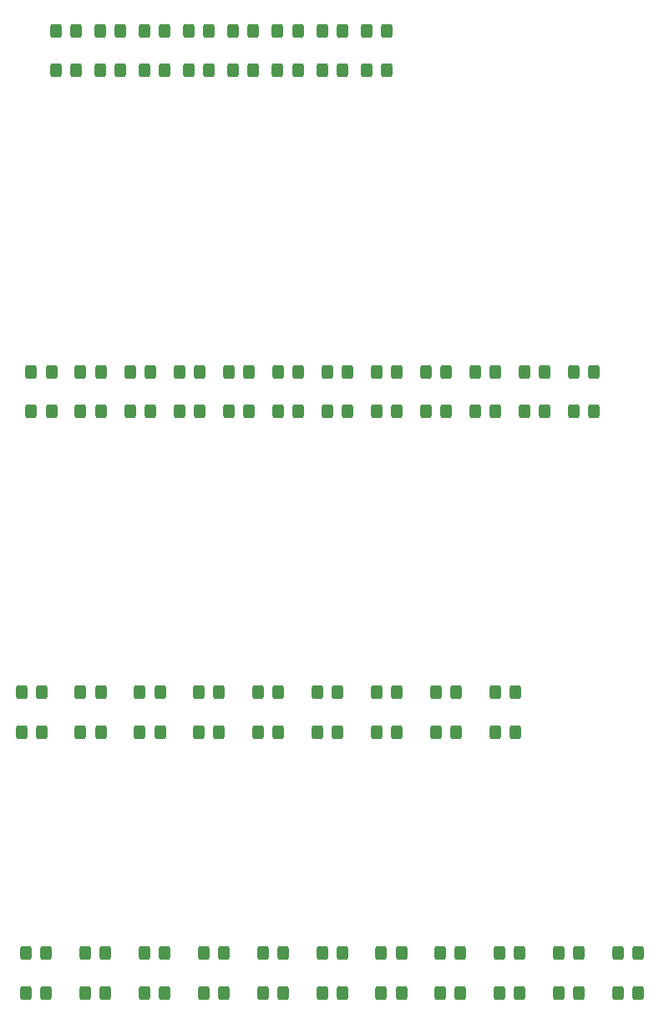
<source format=gbr>
%TF.GenerationSoftware,KiCad,Pcbnew,8.0.4*%
%TF.CreationDate,2024-07-29T20:22:16+09:30*%
%TF.ProjectId,2024_LED_Breakout_Board,32303234-5f4c-4454-945f-427265616b6f,rev?*%
%TF.SameCoordinates,Original*%
%TF.FileFunction,Paste,Top*%
%TF.FilePolarity,Positive*%
%FSLAX46Y46*%
G04 Gerber Fmt 4.6, Leading zero omitted, Abs format (unit mm)*
G04 Created by KiCad (PCBNEW 8.0.4) date 2024-07-29 20:22:16*
%MOMM*%
%LPD*%
G01*
G04 APERTURE LIST*
G04 Aperture macros list*
%AMRoundRect*
0 Rectangle with rounded corners*
0 $1 Rounding radius*
0 $2 $3 $4 $5 $6 $7 $8 $9 X,Y pos of 4 corners*
0 Add a 4 corners polygon primitive as box body*
4,1,4,$2,$3,$4,$5,$6,$7,$8,$9,$2,$3,0*
0 Add four circle primitives for the rounded corners*
1,1,$1+$1,$2,$3*
1,1,$1+$1,$4,$5*
1,1,$1+$1,$6,$7*
1,1,$1+$1,$8,$9*
0 Add four rect primitives between the rounded corners*
20,1,$1+$1,$2,$3,$4,$5,0*
20,1,$1+$1,$4,$5,$6,$7,0*
20,1,$1+$1,$6,$7,$8,$9,0*
20,1,$1+$1,$8,$9,$2,$3,0*%
G04 Aperture macros list end*
%ADD10RoundRect,0.250000X-0.325000X-0.450000X0.325000X-0.450000X0.325000X0.450000X-0.325000X0.450000X0*%
G04 APERTURE END LIST*
D10*
%TO.C,RS7*%
X167050000Y-188400000D03*
X169100000Y-188400000D03*
%TD*%
%TO.C,LED1*%
X134050000Y-91000000D03*
X136100000Y-91000000D03*
%TD*%
%TO.C,LEDS13*%
X136575000Y-158000000D03*
X138625000Y-158000000D03*
%TD*%
%TO.C,RS13*%
X136575000Y-162000000D03*
X138625000Y-162000000D03*
%TD*%
%TO.C,RS1*%
X131050000Y-188400000D03*
X133100000Y-188400000D03*
%TD*%
%TO.C,LEDS16*%
X154575000Y-158000000D03*
X156625000Y-158000000D03*
%TD*%
%TO.C,R5*%
X152050000Y-95000000D03*
X154100000Y-95000000D03*
%TD*%
%TO.C,LEDS10*%
X185050000Y-184400000D03*
X187100000Y-184400000D03*
%TD*%
%TO.C,R16*%
X166575000Y-129500000D03*
X168625000Y-129500000D03*
%TD*%
%TO.C,R7*%
X161050000Y-95000000D03*
X163100000Y-95000000D03*
%TD*%
%TO.C,R12*%
X146575000Y-129500000D03*
X148625000Y-129500000D03*
%TD*%
%TO.C,LEDS7*%
X167050000Y-184400000D03*
X169100000Y-184400000D03*
%TD*%
%TO.C,R15*%
X161575000Y-129500000D03*
X163625000Y-129500000D03*
%TD*%
%TO.C,R3*%
X143050000Y-95000000D03*
X145100000Y-95000000D03*
%TD*%
%TO.C,LEDS12*%
X130575000Y-158000000D03*
X132625000Y-158000000D03*
%TD*%
%TO.C,LED7*%
X161050000Y-91000000D03*
X163100000Y-91000000D03*
%TD*%
%TO.C,LED15*%
X161575000Y-125500000D03*
X163625000Y-125500000D03*
%TD*%
%TO.C,LED9*%
X131575000Y-125500000D03*
X133625000Y-125500000D03*
%TD*%
%TO.C,LEDS9*%
X179050000Y-184400000D03*
X181100000Y-184400000D03*
%TD*%
%TO.C,RS17*%
X160575000Y-162000000D03*
X162625000Y-162000000D03*
%TD*%
%TO.C,R13*%
X151575000Y-129500000D03*
X153625000Y-129500000D03*
%TD*%
%TO.C,LED20*%
X186575000Y-125500000D03*
X188625000Y-125500000D03*
%TD*%
%TO.C,RS15*%
X148575000Y-162000000D03*
X150625000Y-162000000D03*
%TD*%
%TO.C,LEDS2*%
X137050000Y-184400000D03*
X139100000Y-184400000D03*
%TD*%
%TO.C,LED16*%
X166575000Y-125500000D03*
X168625000Y-125500000D03*
%TD*%
%TO.C,RS12*%
X130575000Y-162000000D03*
X132625000Y-162000000D03*
%TD*%
%TO.C,R1*%
X134050000Y-95000000D03*
X136100000Y-95000000D03*
%TD*%
%TO.C,LEDS11*%
X191050000Y-184400000D03*
X193100000Y-184400000D03*
%TD*%
%TO.C,R9*%
X131575000Y-129500000D03*
X133625000Y-129500000D03*
%TD*%
%TO.C,RS9*%
X179050000Y-188400000D03*
X181100000Y-188400000D03*
%TD*%
%TO.C,RS6*%
X161050000Y-188400000D03*
X163100000Y-188400000D03*
%TD*%
%TO.C,R19*%
X181575000Y-129500000D03*
X183625000Y-129500000D03*
%TD*%
%TO.C,LED17*%
X171575000Y-125500000D03*
X173625000Y-125500000D03*
%TD*%
%TO.C,LEDS5*%
X155050000Y-184400000D03*
X157100000Y-184400000D03*
%TD*%
%TO.C,RS18*%
X166575000Y-162000000D03*
X168625000Y-162000000D03*
%TD*%
%TO.C,LED8*%
X165550000Y-91000000D03*
X167600000Y-91000000D03*
%TD*%
%TO.C,R6*%
X156550000Y-95000000D03*
X158600000Y-95000000D03*
%TD*%
%TO.C,LED11*%
X141575000Y-125500000D03*
X143625000Y-125500000D03*
%TD*%
%TO.C,LED12*%
X146575000Y-125500000D03*
X148625000Y-125500000D03*
%TD*%
%TO.C,RS19*%
X172575000Y-162000000D03*
X174625000Y-162000000D03*
%TD*%
%TO.C,RS10*%
X185050000Y-188400000D03*
X187100000Y-188400000D03*
%TD*%
%TO.C,LED2*%
X138550000Y-91000000D03*
X140600000Y-91000000D03*
%TD*%
%TO.C,LEDS4*%
X149050000Y-184400000D03*
X151100000Y-184400000D03*
%TD*%
%TO.C,R11*%
X141575000Y-129500000D03*
X143625000Y-129500000D03*
%TD*%
%TO.C,LEDS1*%
X131050000Y-184400000D03*
X133100000Y-184400000D03*
%TD*%
%TO.C,RS11*%
X191050000Y-188400000D03*
X193100000Y-188400000D03*
%TD*%
%TO.C,R10*%
X136575000Y-129500000D03*
X138625000Y-129500000D03*
%TD*%
%TO.C,LED10*%
X136575000Y-125500000D03*
X138625000Y-125500000D03*
%TD*%
%TO.C,LEDS6*%
X161050000Y-184400000D03*
X163100000Y-184400000D03*
%TD*%
%TO.C,LEDS15*%
X148575000Y-158000000D03*
X150625000Y-158000000D03*
%TD*%
%TO.C,R4*%
X147550000Y-95000000D03*
X149600000Y-95000000D03*
%TD*%
%TO.C,LED14*%
X156575000Y-125500000D03*
X158625000Y-125500000D03*
%TD*%
%TO.C,LEDS19*%
X172575000Y-158000000D03*
X174625000Y-158000000D03*
%TD*%
%TO.C,R14*%
X156575000Y-129500000D03*
X158625000Y-129500000D03*
%TD*%
%TO.C,LED18*%
X176575000Y-125500000D03*
X178625000Y-125500000D03*
%TD*%
%TO.C,R18*%
X176575000Y-129500000D03*
X178625000Y-129500000D03*
%TD*%
%TO.C,RS2*%
X137050000Y-188400000D03*
X139100000Y-188400000D03*
%TD*%
%TO.C,LED13*%
X151575000Y-125500000D03*
X153625000Y-125500000D03*
%TD*%
%TO.C,RS8*%
X173050000Y-188400000D03*
X175100000Y-188400000D03*
%TD*%
%TO.C,R2*%
X138550000Y-95000000D03*
X140600000Y-95000000D03*
%TD*%
%TO.C,RS16*%
X154575000Y-162000000D03*
X156625000Y-162000000D03*
%TD*%
%TO.C,LED5*%
X152050000Y-91000000D03*
X154100000Y-91000000D03*
%TD*%
%TO.C,LED6*%
X156550000Y-91000000D03*
X158600000Y-91000000D03*
%TD*%
%TO.C,R8*%
X165550000Y-95000000D03*
X167600000Y-95000000D03*
%TD*%
%TO.C,LEDS20*%
X178575000Y-158000000D03*
X180625000Y-158000000D03*
%TD*%
%TO.C,R17*%
X171575000Y-129500000D03*
X173625000Y-129500000D03*
%TD*%
%TO.C,RS14*%
X142575000Y-162000000D03*
X144625000Y-162000000D03*
%TD*%
%TO.C,LED3*%
X143050000Y-91000000D03*
X145100000Y-91000000D03*
%TD*%
%TO.C,RS20*%
X178575000Y-162000000D03*
X180625000Y-162000000D03*
%TD*%
%TO.C,LEDS8*%
X173050000Y-184400000D03*
X175100000Y-184400000D03*
%TD*%
%TO.C,LEDS18*%
X166575000Y-158000000D03*
X168625000Y-158000000D03*
%TD*%
%TO.C,LEDS17*%
X160575000Y-158000000D03*
X162625000Y-158000000D03*
%TD*%
%TO.C,LEDS14*%
X142575000Y-158000000D03*
X144625000Y-158000000D03*
%TD*%
%TO.C,RS5*%
X155050000Y-188400000D03*
X157100000Y-188400000D03*
%TD*%
%TO.C,LED19*%
X181575000Y-125500000D03*
X183625000Y-125500000D03*
%TD*%
%TO.C,RS3*%
X143050000Y-188400000D03*
X145100000Y-188400000D03*
%TD*%
%TO.C,R20*%
X186575000Y-129500000D03*
X188625000Y-129500000D03*
%TD*%
%TO.C,LEDS3*%
X143050000Y-184400000D03*
X145100000Y-184400000D03*
%TD*%
%TO.C,RS4*%
X149050000Y-188400000D03*
X151100000Y-188400000D03*
%TD*%
%TO.C,LED4*%
X147550000Y-91000000D03*
X149600000Y-91000000D03*
%TD*%
M02*

</source>
